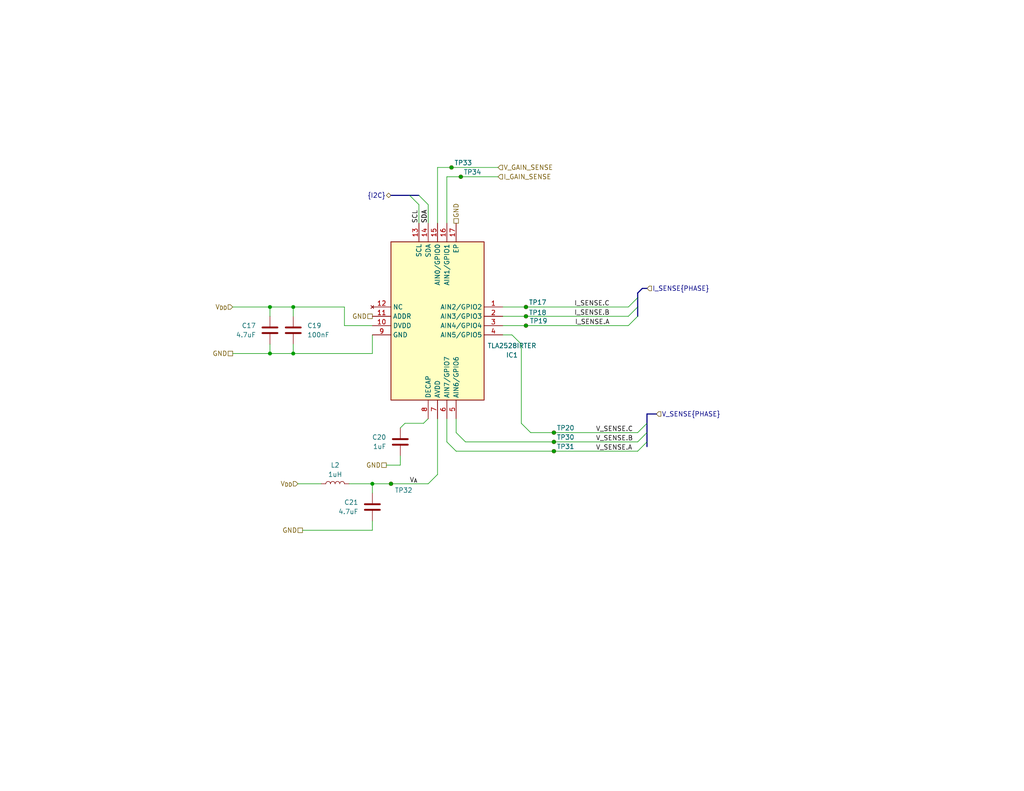
<source format=kicad_sch>
(kicad_sch (version 20231120) (generator "eeschema") (generator_version "8.0")
  (paper "A")
  (title_block (date "2024-04-07") (rev "0.1") (comment 1 "Author: Orion Serup") (comment 2 "https://github.com/orionserup/OpenMC"))
  (lib_symbols
    (symbol "Device:L" (pin_numbers hide) (pin_names (offset 1.016) hide)
      (property "Reference" "L" (at -1.27 0 90))
      (property "Value" "L" (at 1.905 0 90))
      (symbol "L_0_1"
        (arc (start 0 -2.54) (mid 0.6323 -1.905) (end 0 -1.27))
        (arc (start 0 -1.27) (mid 0.6323 -0.635) (end 0 0))
        (arc (start 0 0) (mid 0.6323 0.635) (end 0 1.27))
        (arc (start 0 1.27) (mid 0.6323 1.905) (end 0 2.54))
      )
      (symbol "L_1_1"
        (pin passive line (at 0 3.81 270) (length 1.27) (name "1") (number "1"))
        (pin passive line (at 0 -3.81 90) (length 1.27) (name "2") (number "2"))
      )
    )
    (symbol "OpenMC:C" (pin_numbers hide) (pin_names (offset 0.254))
      (property "Reference" "C" (at 0.635 2.54 0))
      (property "Value" "C" (at 0.635 -2.54 0))
      (symbol "C_0_1"
        (polyline (pts (xy -2.032 -0.762) (xy 2.032 -0.762)) (stroke (width 0.508)))
        (polyline (pts (xy -2.032 0.762) (xy 2.032 0.762)) (stroke (width 0.508)))
      )
      (symbol "C_1_1"
        (pin passive line (at 0 3.81 270) (length 2.794) (name "~") (number "1"))
        (pin passive line (at 0 -3.81 90) (length 2.794) (name "~") (number "2"))
      )
    )
    (symbol "OpenMC:TestPoint_Small" (pin_numbers hide) (pin_names (offset 0.762) hide)
      (property "Reference" "TP" (at 0 3.81 0))
      (property "Value" "TestPoint_Small" (at 0 2.032 0))
      (symbol "TestPoint_Small_0_1"
        (circle (center 0 0) (radius 0.508))
      )
      (symbol "TestPoint_Small_1_1"
        (pin passive line (at 0 0 90) (length 0) (name "1") (number "1"))
      )
    )
    (symbol "TLA2528IRTER:TLA2528IRTER"
      (property "Reference" "IC" (at 31.75 22.86 0))
      (property "Value" "TLA2528IRTER" (at 31.75 20.32 0))
      (symbol "TLA2528IRTER_1_1"
        (rectangle (start 5.08 17.78) (end 30.48 -25.4) (stroke (width 0.254)) (fill (type background)))
        (pin passive line (at 0 0 0) (length 5.08) (name "AIN2/GPIO2") (number "1"))
        (pin passive line (at 35.56 -5.08 180) (length 5.08) (name "DVDD") (number "10"))
        (pin passive line (at 35.56 -2.54 180) (length 5.08) (name "ADDR") (number "11"))
        (pin no_connect line (at 35.56 0 180) (length 5.08) (name "NC") (number "12"))
        (pin passive line (at 22.86 22.86 270) (length 5.08) (name "SCL") (number "13"))
        (pin passive line (at 20.32 22.86 270) (length 5.08) (name "SDA") (number "14"))
        (pin passive line (at 17.78 22.86 270) (length 5.08) (name "AIN0/GPIO0") (number "15"))
        (pin passive line (at 15.24 22.86 270) (length 5.08) (name "AIN1/GPIO1") (number "16"))
        (pin passive line (at 12.7 22.86 270) (length 5.08) (name "EP") (number "17"))
        (pin passive line (at 0 -2.54 0) (length 5.08) (name "AIN3/GPIO3") (number "2"))
        (pin passive line (at 0 -5.08 0) (length 5.08) (name "AIN4/GPIO4") (number "3"))
        (pin passive line (at 0 -7.62 0) (length 5.08) (name "AIN5/GPIO5") (number "4"))
        (pin passive line (at 12.7 -30.48 90) (length 5.08) (name "AIN6/GPIO6") (number "5"))
        (pin passive line (at 15.24 -30.48 90) (length 5.08) (name "AIN7/GPIO7") (number "6"))
        (pin passive line (at 17.78 -30.48 90) (length 5.08) (name "AVDD") (number "7"))
        (pin passive line (at 20.32 -30.48 90) (length 5.08) (name "DECAP") (number "8"))
        (pin passive line (at 35.56 -7.62 180) (length 5.08) (name "GND") (number "9"))
      )
    )
  )
  (junction (at 80.01 83.82))
  (junction (at 123.19 45.72))
  (junction (at 73.66 83.82))
  (junction (at 101.6 132.08))
  (junction (at 143.51 83.82))
  (junction (at 151.13 123.19))
  (junction (at 151.13 120.65))
  (junction (at 73.66 96.52))
  (junction (at 143.51 86.36))
  (junction (at 106.68 132.08))
  (junction (at 143.51 88.9))
  (junction (at 151.13 118.11))
  (junction (at 125.73 48.26))
  (junction (at 80.01 96.52))
  (bus_entry (at 171.45 88.9) (size 2.54 -2.54))
  (bus_entry (at 176.53 120.65) (size -2.54 2.54))
  (bus_entry (at 171.45 86.36) (size 2.54 -2.54))
  (bus_entry (at 176.53 118.11) (size -2.54 2.54))
  (bus_entry (at 176.53 115.57) (size -2.54 2.54))
  (bus_entry (at 111.76 53.34) (size 2.54 2.54))
  (bus_entry (at 171.45 83.82) (size 2.54 -2.54))
  (bus_entry (at 114.3 53.34) (size 2.54 2.54))
  (wire (pts (xy 73.66 83.82) (xy 73.66 86.36)))
  (wire (pts (xy 137.16 86.36) (xy 143.51 86.36)))
  (wire (pts (xy 121.92 48.26) (xy 121.92 60.96)))
  (wire (pts (xy 151.13 123.19) (xy 173.99 123.19)))
  (wire (pts (xy 81.28 132.08) (xy 87.63 132.08)))
  (wire (pts (xy 109.22 116.84) (xy 110.49 115.57)))
  (wire (pts (xy 63.5 83.82) (xy 73.66 83.82)))
  (wire (pts (xy 127 120.65) (xy 151.13 120.65)))
  (bus (pts (xy 176.53 118.11) (xy 176.53 120.65)))
  (wire (pts (xy 80.01 83.82) (xy 80.01 86.36)))
  (wire (pts (xy 101.6 132.08) (xy 101.6 134.62)))
  (wire (pts (xy 73.66 83.82) (xy 80.01 83.82)))
  (wire (pts (xy 80.01 93.98) (xy 80.01 96.52)))
  (wire (pts (xy 137.16 88.9) (xy 143.51 88.9)))
  (wire (pts (xy 116.84 114.3) (xy 115.57 115.57)))
  (wire (pts (xy 124.46 123.19) (xy 121.92 120.65)))
  (wire (pts (xy 144.78 118.11) (xy 151.13 118.11)))
  (bus (pts (xy 111.76 53.34) (xy 114.3 53.34)))
  (wire (pts (xy 125.73 48.26) (xy 121.92 48.26)))
  (wire (pts (xy 135.89 45.72) (xy 123.19 45.72)))
  (bus (pts (xy 173.99 81.28) (xy 173.99 83.82)))
  (wire (pts (xy 105.41 127) (xy 109.22 127)))
  (bus (pts (xy 175.26 78.74) (xy 173.99 80.01)))
  (wire (pts (xy 143.51 88.9) (xy 171.45 88.9)))
  (wire (pts (xy 80.01 83.82) (xy 93.98 83.82)))
  (bus (pts (xy 106.68 53.34) (xy 111.76 53.34)))
  (wire (pts (xy 119.38 114.3) (xy 119.38 129.54)))
  (wire (pts (xy 109.22 124.46) (xy 109.22 127)))
  (wire (pts (xy 80.01 96.52) (xy 101.6 96.52)))
  (wire (pts (xy 143.51 86.36) (xy 171.45 86.36)))
  (wire (pts (xy 137.16 83.82) (xy 143.51 83.82)))
  (wire (pts (xy 137.16 91.44) (xy 139.7 91.44)))
  (wire (pts (xy 115.57 115.57) (xy 110.49 115.57)))
  (wire (pts (xy 116.84 55.88) (xy 116.84 60.96)))
  (wire (pts (xy 143.51 83.82) (xy 171.45 83.82)))
  (wire (pts (xy 144.78 118.11) (xy 142.24 115.57)))
  (wire (pts (xy 101.6 142.24) (xy 101.6 144.78)))
  (wire (pts (xy 63.5 96.52) (xy 73.66 96.52)))
  (wire (pts (xy 142.24 93.98) (xy 139.7 91.44)))
  (wire (pts (xy 93.98 88.9) (xy 101.6 88.9)))
  (wire (pts (xy 124.46 123.19) (xy 151.13 123.19)))
  (bus (pts (xy 176.53 120.65) (xy 176.53 121.92)))
  (bus (pts (xy 175.26 78.74) (xy 176.53 78.74)))
  (wire (pts (xy 151.13 120.65) (xy 173.99 120.65)))
  (wire (pts (xy 135.89 48.26) (xy 125.73 48.26)))
  (wire (pts (xy 124.46 114.3) (xy 124.46 118.11)))
  (wire (pts (xy 73.66 96.52) (xy 80.01 96.52)))
  (bus (pts (xy 176.53 113.03) (xy 179.07 113.03)))
  (wire (pts (xy 101.6 96.52) (xy 101.6 91.44)))
  (wire (pts (xy 95.25 132.08) (xy 101.6 132.08)))
  (wire (pts (xy 151.13 118.11) (xy 173.99 118.11)))
  (wire (pts (xy 123.19 45.72) (xy 119.38 45.72)))
  (wire (pts (xy 119.38 45.72) (xy 119.38 60.96)))
  (wire (pts (xy 101.6 132.08) (xy 106.68 132.08)))
  (wire (pts (xy 106.68 132.08) (xy 116.84 132.08)))
  (bus (pts (xy 173.99 80.01) (xy 173.99 81.28)))
  (bus (pts (xy 176.53 115.57) (xy 176.53 118.11)))
  (wire (pts (xy 121.92 114.3) (xy 121.92 120.65)))
  (wire (pts (xy 119.38 129.54) (xy 116.84 132.08)))
  (wire (pts (xy 142.24 115.57) (xy 142.24 93.98)))
  (wire (pts (xy 124.46 118.11) (xy 127 120.65)))
  (wire (pts (xy 82.55 144.78) (xy 101.6 144.78)))
  (wire (pts (xy 93.98 83.82) (xy 93.98 88.9)))
  (wire (pts (xy 114.3 60.96) (xy 114.3 55.88)))
  (wire (pts (xy 73.66 93.98) (xy 73.66 96.52)))
  (bus (pts (xy 173.99 83.82) (xy 173.99 86.36)))
  (bus (pts (xy 176.53 113.03) (xy 176.53 115.57)))
  (label "V_SENSE.A" (at 162.56 123.19 0))
  (label "V_{A}" (at 111.76 132.08 0))
  (label "V_SENSE.B" (at 162.56 120.65 0))
  (label "SCL" (at 114.3 60.96 90))
  (label "I_SENSE.C" (at 166.37 83.82 180))
  (label "V_SENSE.C" (at 162.56 118.11 0))
  (label "I_SENSE.A" (at 166.37 88.9 180))
  (label "I_SENSE.B" (at 166.37 86.36 180))
  (label "SDA" (at 116.84 60.96 90))
  (label "SDA" (at 116.84 60.96 90))
  (hierarchical_label "V_{DD}" (shape input) (at 63.5 83.82 180))
  (hierarchical_label "V_SENSE{PHASE}" (shape input) (at 179.07 113.03 0))
  (hierarchical_label "V_{DD}" (shape input) (at 81.28 132.08 180))
  (hierarchical_label "GND" (shape passive) (at 63.5 96.52 180))
  (hierarchical_label "I_GAIN_SENSE" (shape input) (at 135.89 48.26 0))
  (hierarchical_label "V_GAIN_SENSE" (shape input) (at 135.89 45.72 0))
  (hierarchical_label "GND" (shape passive) (at 124.46 60.96 90))
  (hierarchical_label "GND" (shape passive) (at 101.6 86.36 180))
  (hierarchical_label "GND" (shape passive) (at 82.55 144.78 180))
  (hierarchical_label "{I2C}" (shape bidirectional) (at 106.68 53.34 180))
  (hierarchical_label "GND" (shape passive) (at 105.41 127 180))
  (hierarchical_label "I_SENSE{PHASE}" (shape input) (at 176.53 78.74 0))
  (symbol (lib_id "OpenMC:C") (at 109.22 120.65 0) (mirror y) (unit 1)
    (property "Reference" "C20" (at 105.41 119.3799 0) (effects (justify left)))
    (property "Value" "1uF" (at 105.41 121.9199 0) (effects (justify left)))
    (property "Footprint" "Capacitor_SMD:C_0603_1608Metric" (effects (hide yes)))
    (property "Description" "Unpolarized capacitor" (effects (hide yes)))
  )
  (symbol (lib_id "OpenMC:TestPoint_Small") (at 143.51 88.9 0) (unit 1) (in_bom no)
    (property "Reference" "TP19" (at 144.526 87.63 0) (effects (justify left)))
    (property "Value" "${SHORT_NET_NAME(1)}" (effects (hide yes)))
    (property "Footprint" "TestPoint:TestPoint_Pad_D1.0mm" (effects (hide yes)))
    (property "Description" "test point" (effects (hide yes)))
  )
  (symbol (lib_id "OpenMC:C") (at 101.6 138.43 0) (mirror y) (unit 1)
    (property "Reference" "C21" (at 97.79 137.1599 0) (effects (justify left)))
    (property "Value" "4.7uF" (at 97.79 139.6999 0) (effects (justify left)))
    (property "Footprint" "Capacitor_SMD:C_0603_1608Metric" (effects (hide yes)))
    (property "Description" "Unpolarized capacitor" (effects (hide yes)))
    (property "MPN" "CC0603ZRY5V5BB475" (effects (hide yes)))
  )
  (symbol (lib_id "OpenMC:TestPoint_Small") (at 151.13 118.11 0) (mirror x) (unit 1) (in_bom no)
    (property "Reference" "TP20" (at 151.892 116.84 0) (effects (justify left)))
    (property "Value" "${SHORT_NET_NAME(1)}" (effects (hide yes)))
    (property "Footprint" "TestPoint:TestPoint_Pad_D1.0mm" (effects (hide yes)))
    (property "Description" "test point" (effects (hide yes)))
  )
  (symbol (lib_id "OpenMC:TestPoint_Small") (at 125.73 48.26 0) (mirror x) (unit 1) (in_bom no)
    (property "Reference" "TP34" (at 126.492 46.99 0) (effects (justify left)))
    (property "Value" "${SHORT_NET_NAME(1)}" (effects (hide yes)))
    (property "Footprint" "TestPoint:TestPoint_Pad_D1.0mm" (effects (hide yes)))
    (property "Description" "test point" (effects (hide yes)))
  )
  (symbol (lib_id "OpenMC:TestPoint_Small") (at 106.68 132.08 0) (mirror x) (unit 1) (in_bom no)
    (property "Reference" "TP32" (at 107.696 133.858 0) (effects (justify left)))
    (property "Value" "${SHORT_NET_NAME(1)}" (effects (hide yes)))
    (property "Footprint" "TestPoint:TestPoint_Pad_D1.0mm" (effects (hide yes)))
    (property "Description" "test point" (effects (hide yes)))
  )
  (symbol (lib_id "Device:L") (at 91.44 132.08 90) (unit 1)
    (property "Reference" "L2" (at 91.44 127 90))
    (property "Value" "1uH" (at 91.44 129.54 90))
    (property "Footprint" "Inductor_SMD:L_0603_1608Metric" (effects (hide yes)))
    (property "Description" "Inductor" (effects (hide yes)))
  )
  (symbol (lib_id "OpenMC:C") (at 80.01 90.17 0) (unit 1)
    (property "Reference" "C19" (at 83.82 88.8999 0) (effects (justify left)))
    (property "Value" "100nF" (at 83.82 91.4399 0) (effects (justify left)))
    (property "Footprint" "Capacitor_SMD:C_0603_1608Metric" (effects (hide yes)))
    (property "Description" "Unpolarized capacitor" (effects (hide yes)))
    (property "MPN" "C1608X5R1H104K080AA" (effects (hide yes)))
  )
  (symbol (lib_id "OpenMC:TestPoint_Small") (at 123.19 45.72 0) (mirror x) (unit 1) (in_bom no)
    (property "Reference" "TP33" (at 123.952 44.45 0) (effects (justify left)))
    (property "Value" "${SHORT_NET_NAME(1)}" (effects (hide yes)))
    (property "Footprint" "TestPoint:TestPoint_Pad_D1.0mm" (effects (hide yes)))
    (property "Description" "test point" (effects (hide yes)))
  )
  (symbol (lib_id "OpenMC:TestPoint_Small") (at 143.51 83.82 0) (mirror x) (unit 1) (in_bom no)
    (property "Reference" "TP17" (at 144.272 82.55 0) (effects (justify left)))
    (property "Value" "${SHORT_NET_NAME(1)}" (effects (hide yes)))
    (property "Footprint" "TestPoint:TestPoint_Pad_D1.0mm" (effects (hide yes)))
    (property "Description" "test point" (effects (hide yes)))
  )
  (symbol (lib_id "OpenMC:C") (at 73.66 90.17 0) (mirror y) (unit 1)
    (property "Reference" "C17" (at 69.85 88.8999 0) (effects (justify left)))
    (property "Value" "4.7uF" (at 69.85 91.4399 0) (effects (justify left)))
    (property "Footprint" "Capacitor_SMD:C_0603_1608Metric" (effects (hide yes)))
    (property "Description" "Unpolarized capacitor" (effects (hide yes)))
    (property "MPN" "CC0603ZRY5V5BB475" (effects (hide yes)))
  )
  (symbol (lib_id "TLA2528IRTER:TLA2528IRTER") (at 137.16 83.82 0) (mirror y) (unit 1)
    (property "Reference" "IC1" (at 139.7 96.9362 0))
    (property "Value" "TLA2528IRTER" (at 139.7 94.3962 0))
    (property "Footprint" "OpenMC:QFN50P300X300X80-17N-D" (effects (hide yes)))
    (property "Datasheet" "https://www.ti.com/lit/ds/symlink/tla2528.pdf?ts=1596615195592&ref_url=https%253A%252F%252Fwww.ti.com%252Fproduct%252FTLA2528%253Futm_source%253Dgoogle%2526utm_medium%253Dcpc%2526utm_campaign%253Dasc-null-null-gpn_en-cpc-pf-google-eu%2526utm_content%253Dt" (effects (hide yes)))
    (property "Description" "Analog to Digital Converters - ADC Small 8-channel 12-bit analog-to-digital converter (ADC) with I2C interface and GPIOs 16-WQFN -40 to 85" (effects (hide yes)))
    (property "Height" "0.8" (effects (hide yes)))
    (property "Mouser Part Number" "595-TLA2528IRTER" (effects (hide yes)))
    (property "Mouser Price/Stock" "https://www.mouser.co.uk/ProductDetail/Texas-Instruments/TLA2528IRTER?qs=%252B6g0mu59x7KfRzJN7APgZw%3D%3D" (effects (hide yes)))
    (property "Manufacturer_Name" "Texas Instruments" (effects (hide yes)))
    (property "Manufacturer_Part_Number" "TLA2528IRTER" (effects (hide yes)))
  )
  (symbol (lib_id "OpenMC:TestPoint_Small") (at 143.51 86.36 0) (mirror x) (unit 1) (in_bom no)
    (property "Reference" "TP18" (at 144.272 85.344 0) (effects (justify left)))
    (property "Value" "${SHORT_NET_NAME(1)}" (effects (hide yes)))
    (property "Footprint" "TestPoint:TestPoint_Pad_D1.0mm" (effects (hide yes)))
    (property "Description" "test point" (effects (hide yes)))
  )
  (symbol (lib_id "OpenMC:TestPoint_Small") (at 151.13 123.19 0) (mirror x) (unit 1) (in_bom no)
    (property "Reference" "TP31" (at 151.892 121.92 0) (effects (justify left)))
    (property "Value" "${SHORT_NET_NAME(1)}" (effects (hide yes)))
    (property "Footprint" "TestPoint:TestPoint_Pad_D1.0mm" (effects (hide yes)))
    (property "Description" "test point" (effects (hide yes)))
  )
  (symbol (lib_id "OpenMC:TestPoint_Small") (at 151.13 120.65 0) (mirror x) (unit 1) (in_bom no)
    (property "Reference" "TP30" (at 151.892 119.38 0) (effects (justify left)))
    (property "Value" "${SHORT_NET_NAME(1)}" (effects (hide yes)))
    (property "Footprint" "TestPoint:TestPoint_Pad_D1.0mm" (effects (hide yes)))
    (property "Description" "test point" (effects (hide yes)))
  )
)
</source>
